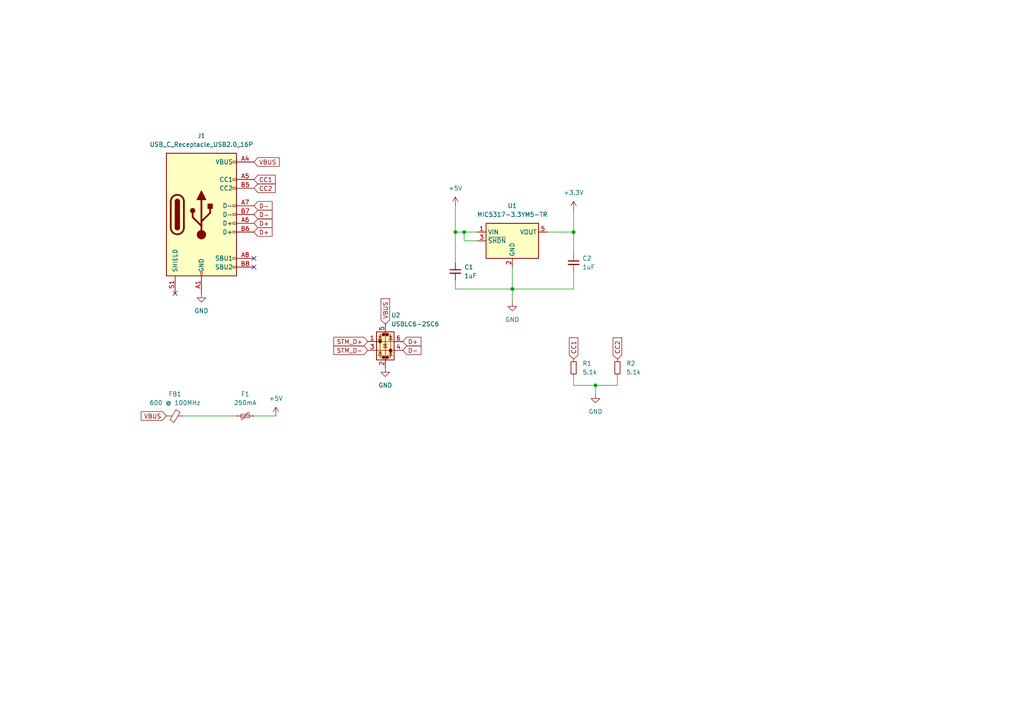
<source format=kicad_sch>
(kicad_sch (version 20250114) (generator "eeschema") (generator_version "9.0")
  (paper "A4")
  (lib_symbols
    (symbol "Connector:USB_C_Receptacle_USB2.0_16P" (pin_names (offset 1.016))
      (property "Reference" "J" (at 0 22.225 0))
      (property "Value" "USB_C_Receptacle_USB2.0_16P" (at 0 19.685 0))
      (symbol "USB_C_Receptacle_USB2.0_16P_0_0"
        (rectangle (start -0.254 -17.78) (end 0.254 -16.764))
        (rectangle (start 10.16 15.494) (end 9.144 14.986))
        (rectangle (start 10.16 10.414) (end 9.144 9.906))
        (rectangle (start 10.16 7.874) (end 9.144 7.366))
        (rectangle (start 10.16 2.794) (end 9.144 2.286))
        (rectangle (start 10.16 0.254) (end 9.144 -0.254))
        (rectangle (start 10.16 -2.286) (end 9.144 -2.794))
        (rectangle (start 10.16 -4.826) (end 9.144 -5.334))
        (rectangle (start 10.16 -12.446) (end 9.144 -12.954))
        (rectangle (start 10.16 -14.986) (end 9.144 -15.494))
      )
      (symbol "USB_C_Receptacle_USB2.0_16P_0_1"
        (rectangle (start -10.16 17.78) (end 10.16 -17.78) (stroke (width 0.254)) (fill (type background)))
        (polyline (pts (xy -8.89 -3.81) (xy -8.89 3.81)) (stroke (width 0.508)))
        (rectangle (start -7.62 -3.81) (end -6.35 3.81) (stroke (width 0.254)) (fill (type outline)))
        (arc (start -7.62 3.81) (mid -6.985 4.4423) (end -6.35 3.81) (stroke (width 0.254)))
        (arc (start -7.62 3.81) (mid -6.985 4.4423) (end -6.35 3.81) (stroke (width 0.254)) (fill (type outline)))
        (arc (start -8.89 3.81) (mid -6.985 5.7067) (end -5.08 3.81) (stroke (width 0.508)))
        (arc (start -5.08 -3.81) (mid -6.985 -5.7067) (end -8.89 -3.81) (stroke (width 0.508)))
        (arc (start -6.35 -3.81) (mid -6.985 -4.4423) (end -7.62 -3.81) (stroke (width 0.254)))
        (arc (start -6.35 -3.81) (mid -6.985 -4.4423) (end -7.62 -3.81) (stroke (width 0.254)) (fill (type outline)))
        (polyline (pts (xy -5.08 3.81) (xy -5.08 -3.81)) (stroke (width 0.508)))
        (circle (center -2.54 1.143) (radius 0.635) (stroke (width 0.254)) (fill (type outline)))
        (polyline (pts (xy -1.27 4.318) (xy 0 6.858) (xy 1.27 4.318) (xy -1.27 4.318)) (stroke (width 0.254)) (fill (type outline)))
        (polyline (pts (xy 0 -2.032) (xy 2.54 0.508) (xy 2.54 1.778)) (stroke (width 0.508)))
        (polyline (pts (xy 0 -3.302) (xy -2.54 -0.762) (xy -2.54 0.508)) (stroke (width 0.508)))
        (polyline (pts (xy 0 -5.842) (xy 0 4.318)) (stroke (width 0.508)))
        (circle (center 0 -5.842) (radius 1.27) (fill (type outline)))
        (rectangle (start 1.905 1.778) (end 3.175 3.048) (stroke (width 0.254)) (fill (type outline)))
      )
      (symbol "USB_C_Receptacle_USB2.0_16P_1_1"
        (pin passive line (at -7.62 -22.86 90) (length 5.08) (name "SHIELD") (number "S1"))
        (pin passive line (at 0 -22.86 90) (length 5.08) (name "GND") (number "A1"))
        (pin passive line (at 0 -22.86 90) (length 5.08) (hide yes) (name "GND") (number "A12"))
        (pin passive line (at 0 -22.86 90) (length 5.08) (hide yes) (name "GND") (number "B1"))
        (pin passive line (at 0 -22.86 90) (length 5.08) (hide yes) (name "GND") (number "B12"))
        (pin passive line (at 15.24 15.24 180) (length 5.08) (name "VBUS") (number "A4"))
        (pin passive line (at 15.24 15.24 180) (length 5.08) (hide yes) (name "VBUS") (number "A9"))
        (pin passive line (at 15.24 15.24 180) (length 5.08) (hide yes) (name "VBUS") (number "B4"))
        (pin passive line (at 15.24 15.24 180) (length 5.08) (hide yes) (name "VBUS") (number "B9"))
        (pin bidirectional line (at 15.24 10.16 180) (length 5.08) (name "CC1") (number "A5"))
        (pin bidirectional line (at 15.24 7.62 180) (length 5.08) (name "CC2") (number "B5"))
        (pin bidirectional line (at 15.24 2.54 180) (length 5.08) (name "D-") (number "A7"))
        (pin bidirectional line (at 15.24 0 180) (length 5.08) (name "D-") (number "B7"))
        (pin bidirectional line (at 15.24 -2.54 180) (length 5.08) (name "D+") (number "A6"))
        (pin bidirectional line (at 15.24 -5.08 180) (length 5.08) (name "D+") (number "B6"))
        (pin bidirectional line (at 15.24 -12.7 180) (length 5.08) (name "SBU1") (number "A8"))
        (pin bidirectional line (at 15.24 -15.24 180) (length 5.08) (name "SBU2") (number "B8"))
      )
    )
    (symbol "Device:C_Small" (pin_numbers (hide yes)) (pin_names (offset 0.254) (hide yes))
      (property "Reference" "C" (at 0.254 1.778 0))
      (property "Value" "C_Small" (at 0.254 -2.032 0))
      (symbol "C_Small_0_1"
        (polyline (pts (xy -1.524 0.508) (xy 1.524 0.508)) (stroke (width 0.3048)))
        (polyline (pts (xy -1.524 -0.508) (xy 1.524 -0.508)) (stroke (width 0.3302)))
      )
      (symbol "C_Small_1_1"
        (pin passive line (at 0 2.54 270) (length 2.032) (name "~") (number "1"))
        (pin passive line (at 0 -2.54 90) (length 2.032) (name "~") (number "2"))
      )
    )
    (symbol "Device:FerriteBead_Small" (pin_numbers (hide yes)) (pin_names (offset 0))
      (property "Reference" "FB" (at 1.905 1.27 0))
      (property "Value" "FerriteBead_Small" (at 1.905 -1.27 0))
      (symbol "FerriteBead_Small_0_1"
        (polyline (pts (xy -1.8288 0.2794) (xy -1.1176 1.4986) (xy 1.8288 -0.2032) (xy 1.1176 -1.4224) (xy -1.8288 0.2794)))
        (polyline (pts (xy 0 0.889) (xy 0 1.2954)))
        (polyline (pts (xy 0 -1.27) (xy 0 -0.7874)))
      )
      (symbol "FerriteBead_Small_1_1"
        (pin passive line (at 0 2.54 270) (length 1.27) (name "~") (number "1"))
        (pin passive line (at 0 -2.54 90) (length 1.27) (name "~") (number "2"))
      )
    )
    (symbol "Device:Polyfuse_Small" (pin_numbers (hide yes)) (pin_names (offset 0))
      (property "Reference" "F" (at -1.905 0 90))
      (property "Value" "Polyfuse_Small" (at 1.905 0 90))
      (symbol "Polyfuse_Small_0_1"
        (polyline (pts (xy -1.016 1.27) (xy -1.016 0.762) (xy 1.016 -0.762) (xy 1.016 -1.27)))
        (rectangle (start -0.508 1.27) (end 0.508 -1.27))
        (polyline (pts (xy 0 2.54) (xy 0 -2.54)))
      )
      (symbol "Polyfuse_Small_1_1"
        (pin passive line (at 0 2.54 270) (length 0.635) (name "~") (number "1"))
        (pin passive line (at 0 -2.54 90) (length 0.635) (name "~") (number "2"))
      )
    )
    (symbol "Device:R_Small" (pin_numbers (hide yes)) (pin_names (offset 0.254) (hide yes))
      (property "Reference" "R" (at 0.762 0.508 0))
      (property "Value" "R_Small" (at 0.762 -1.016 0))
      (symbol "R_Small_0_1"
        (rectangle (start -0.762 1.778) (end 0.762 -1.778) (stroke (width 0.2032)))
      )
      (symbol "R_Small_1_1"
        (pin passive line (at 0 2.54 270) (length 0.762) (name "~") (number "1"))
        (pin passive line (at 0 -2.54 90) (length 0.762) (name "~") (number "2"))
      )
    )
    (symbol "Power_Protection:USBLC6-2SC6" (pin_names (hide yes))
      (property "Reference" "U" (at 0.635 5.715 0))
      (property "Value" "USBLC6-2SC6" (at 0.635 3.81 0))
      (symbol "USBLC6-2SC6_0_0"
        (circle (center -1.524 0) (radius 0.0001) (stroke (width 0.508)))
        (circle (center -0.508 2.032) (radius 0.0001) (stroke (width 0.508)))
        (circle (center -0.508 -4.572) (radius 0.0001) (stroke (width 0.508)))
        (circle (center 0.508 2.032) (radius 0.0001) (stroke (width 0.508)))
        (circle (center 0.508 -4.572) (radius 0.0001) (stroke (width 0.508)))
        (circle (center 1.524 -2.54) (radius 0.0001) (stroke (width 0.508)))
      )
      (symbol "USBLC6-2SC6_0_1"
        (polyline (pts (xy -2.54 0) (xy 2.54 0)))
        (polyline (pts (xy -2.54 -2.54) (xy 2.54 -2.54)))
        (polyline (pts (xy -2.032 0.508) (xy -1.016 0.508) (xy -1.524 1.524) (xy -2.032 0.508)))
        (polyline (pts (xy -2.032 -3.048) (xy -1.016 -3.048)))
        (polyline (pts (xy -1.016 1.524) (xy -2.032 1.524)))
        (polyline (pts (xy -1.016 -4.064) (xy -2.032 -4.064) (xy -1.524 -3.048) (xy -1.016 -4.064)))
        (polyline (pts (xy -0.508 -1.143) (xy -0.508 -0.762) (xy 0.508 -0.762)))
        (polyline (pts (xy 0 2.54) (xy -0.508 2.032) (xy 0.508 2.032) (xy 0 1.524) (xy 0 -4.064) (xy -0.508 -4.572) (xy 0.508 -4.572) (xy 0 -5.08)))
        (polyline (pts (xy 0.508 -1.778) (xy -0.508 -1.778) (xy 0 -0.762) (xy 0.508 -1.778)))
        (polyline (pts (xy 1.016 1.524) (xy 2.032 1.524)))
        (polyline (pts (xy 1.016 -3.048) (xy 2.032 -3.048)))
        (polyline (pts (xy 2.032 0.508) (xy 1.016 0.508) (xy 1.524 1.524) (xy 2.032 0.508)))
        (polyline (pts (xy 2.032 -4.064) (xy 1.016 -4.064) (xy 1.524 -3.048) (xy 2.032 -4.064)))
      )
      (symbol "USBLC6-2SC6_1_1"
        (rectangle (start -2.54 2.794) (end 2.54 -5.334) (stroke (width 0.254)) (fill (type background)))
        (polyline (pts (xy -0.508 2.032) (xy -1.524 2.032) (xy -1.524 -4.572) (xy -0.508 -4.572)))
        (polyline (pts (xy 0.508 -4.572) (xy 1.524 -4.572) (xy 1.524 2.032) (xy 0.508 2.032)))
        (pin passive line (at -5.08 0 0) (length 2.54) (name "I/O1") (number "1"))
        (pin passive line (at -5.08 -2.54 0) (length 2.54) (name "I/O2") (number "3"))
        (pin passive line (at 0 5.08 270) (length 2.54) (name "VBUS") (number "5"))
        (pin passive line (at 0 -7.62 90) (length 2.54) (name "GND") (number "2"))
        (pin passive line (at 5.08 0 180) (length 2.54) (name "I/O1") (number "6"))
        (pin passive line (at 5.08 -2.54 180) (length 2.54) (name "I/O2") (number "4"))
      )
    )
    (symbol "Regulator_Linear:MCP1802x-xx02xOT"
      (property "Reference" "U" (at -6.35 6.35 0))
      (property "Value" "MCP1802x-xx02xOT" (at 0 6.35 0))
      (symbol "MCP1802x-xx02xOT_0_1"
        (rectangle (start -7.62 5.08) (end 7.62 -5.08) (stroke (width 0.254)) (fill (type background)))
      )
      (symbol "MCP1802x-xx02xOT_1_1"
        (pin power_in line (at -10.16 2.54 0) (length 2.54) (name "VIN") (number "1"))
        (pin input line (at -10.16 0 0) (length 2.54) (name "~{SHDN}") (number "3"))
        (pin power_in line (at 0 -7.62 90) (length 2.54) (name "GND") (number "2"))
        (pin no_connect line (at 7.62 0 180) (length 2.54) (hide yes) (name "NC") (number "4"))
        (pin power_out line (at 10.16 2.54 180) (length 2.54) (name "VOUT") (number "5"))
      )
    )
    (symbol "power:+3.3V" (power) (pin_numbers (hide yes)) (pin_names (offset 0) (hide yes))
      (property "Value" "+3.3V" (at 0 3.556 0))
      (symbol "+3.3V_0_1"
        (polyline (pts (xy -0.762 1.27) (xy 0 2.54)))
        (polyline (pts (xy 0 2.54) (xy 0.762 1.27)))
        (polyline (pts (xy 0 0) (xy 0 2.54)))
      )
      (symbol "+3.3V_1_1"
        (pin power_in line (at 0 0 90) (length 0) (name "~") (number "1"))
      )
    )
    (symbol "power:+5V" (power) (pin_numbers (hide yes)) (pin_names (offset 0) (hide yes))
      (property "Value" "+5V" (at 0 3.556 0))
      (symbol "+5V_0_1"
        (polyline (pts (xy -0.762 1.27) (xy 0 2.54)))
        (polyline (pts (xy 0 2.54) (xy 0.762 1.27)))
        (polyline (pts (xy 0 0) (xy 0 2.54)))
      )
      (symbol "+5V_1_1"
        (pin power_in line (at 0 0 90) (length 0) (name "~") (number "1"))
      )
    )
    (symbol "power:GND" (power) (pin_numbers (hide yes)) (pin_names (offset 0) (hide yes))
      (property "Value" "GND" (at 0 -3.81 0))
      (symbol "GND_0_1"
        (polyline (pts (xy 0 0) (xy 0 -1.27) (xy 1.27 -1.27) (xy 0 -2.54) (xy -1.27 -1.27) (xy 0 -1.27)))
      )
      (symbol "GND_1_1"
        (pin power_in line (at 0 0 270) (length 0) (name "~") (number "1"))
      )
    )
  )
  (junction (at 134.62 67.31))
  (junction (at 172.72 111.76))
  (junction (at 148.59 83.82))
  (junction (at 132.08 67.31))
  (junction (at 166.37 67.31))
  (no_connect (at 73.66 77.47))
  (no_connect (at 73.66 74.93))
  (no_connect (at 50.8 85.09))
  (wire (pts (xy 148.59 83.82) (xy 166.37 83.82)))
  (wire (pts (xy 132.08 83.82) (xy 148.59 83.82)))
  (wire (pts (xy 53.34 120.65) (xy 68.58 120.65)))
  (wire (pts (xy 134.62 67.31) (xy 132.08 67.31)))
  (wire (pts (xy 158.75 67.31) (xy 166.37 67.31)))
  (wire (pts (xy 166.37 60.96) (xy 166.37 67.31)))
  (wire (pts (xy 166.37 83.82) (xy 166.37 78.74)))
  (wire (pts (xy 148.59 83.82) (xy 148.59 87.63)))
  (wire (pts (xy 73.66 120.65) (xy 80.01 120.65)))
  (wire (pts (xy 166.37 67.31) (xy 166.37 73.66)))
  (wire (pts (xy 134.62 69.85) (xy 134.62 67.31)))
  (wire (pts (xy 172.72 111.76) (xy 172.72 114.3)))
  (wire (pts (xy 148.59 77.47) (xy 148.59 83.82)))
  (wire (pts (xy 166.37 109.22) (xy 166.37 111.76)))
  (wire (pts (xy 132.08 83.82) (xy 132.08 81.28)))
  (wire (pts (xy 179.07 111.76) (xy 172.72 111.76)))
  (wire (pts (xy 132.08 59.69) (xy 132.08 67.31)))
  (wire (pts (xy 166.37 111.76) (xy 172.72 111.76)))
  (wire (pts (xy 132.08 67.31) (xy 132.08 76.2)))
  (wire (pts (xy 138.43 67.31) (xy 134.62 67.31)))
  (wire (pts (xy 138.43 69.85) (xy 134.62 69.85)))
  (wire (pts (xy 179.07 109.22) (xy 179.07 111.76)))
  (global_label "VBUS" (shape input) (at 48.26 120.65 180) (property "Intersheetrefs" "${INTERSHEET_REFS}" (effects (hide yes))))
  (global_label "D-" (shape input) (at 73.66 62.23 0) (property "Intersheetrefs" "${INTERSHEET_REFS}" (effects (hide yes))))
  (global_label "D+" (shape input) (at 73.66 67.31 0) (property "Intersheetrefs" "${INTERSHEET_REFS}" (effects (hide yes))))
  (global_label "VBUS" (shape input) (at 73.66 46.99 0) (property "Intersheetrefs" "${INTERSHEET_REFS}" (effects (hide yes))))
  (global_label "CC2" (shape input) (at 179.07 104.14 90) (property "Intersheetrefs" "${INTERSHEET_REFS}" (effects (hide yes))))
  (global_label "STM_D-" (shape input) (at 106.68 101.6 180) (property "Intersheetrefs" "${INTERSHEET_REFS}" (effects (hide yes))))
  (global_label "D+" (shape input) (at 116.84 99.06 0) (property "Intersheetrefs" "${INTERSHEET_REFS}" (effects (hide yes))))
  (global_label "D-" (shape input) (at 73.66 59.69 0) (property "Intersheetrefs" "${INTERSHEET_REFS}" (effects (hide yes))))
  (global_label "D+" (shape input) (at 73.66 64.77 0) (property "Intersheetrefs" "${INTERSHEET_REFS}" (effects (hide yes))))
  (global_label "STM_D+" (shape input) (at 106.68 99.06 180) (property "Intersheetrefs" "${INTERSHEET_REFS}" (effects (hide yes))))
  (global_label "D-" (shape input) (at 116.84 101.6 0) (property "Intersheetrefs" "${INTERSHEET_REFS}" (effects (hide yes))))
  (global_label "CC1" (shape input) (at 73.66 52.07 0) (property "Intersheetrefs" "${INTERSHEET_REFS}" (effects (hide yes))))
  (global_label "CC2" (shape input) (at 73.66 54.61 0) (property "Intersheetrefs" "${INTERSHEET_REFS}" (effects (hide yes))))
  (global_label "CC1" (shape input) (at 166.37 104.14 90) (property "Intersheetrefs" "${INTERSHEET_REFS}" (effects (hide yes))))
  (global_label "VBUS" (shape input) (at 111.76 93.98 90) (property "Intersheetrefs" "${INTERSHEET_REFS}" (effects (hide yes))))
  (symbol (lib_id "power:GND") (at 111.76 106.68 0) (unit 1)
    (property "Reference" "#PWR06" (effects (hide yes)))
    (property "Value" "GND" (at 111.76 111.76 0))
    (property "Description" "Power symbol creates a global label with name \"GND\" , ground" (effects (hide yes)))
  )
  (symbol (lib_id "Device:FerriteBead_Small") (at 50.8 120.65 90) (unit 1)
    (property "Reference" "FB1" (at 50.7619 114.3 90))
    (property "Value" "600 @ 100MHz" (at 50.7619 116.84 90))
    (property "Description" "Ferrite bead, small symbol" (effects (hide yes)))
  )
  (symbol (lib_id "power:GND") (at 148.59 87.63 0) (unit 1)
    (property "Reference" "#PWR03" (effects (hide yes)))
    (property "Value" "GND" (at 148.59 92.71 0))
    (property "Description" "Power symbol creates a global label with name \"GND\" , ground" (effects (hide yes)))
  )
  (symbol (lib_id "power:+5V") (at 132.08 59.69 0) (unit 1)
    (property "Reference" "#PWR01" (effects (hide yes)))
    (property "Value" "+5V" (at 132.08 54.61 0))
    (property "Description" "Power symbol creates a global label with name \"+5V\"" (effects (hide yes)))
  )
  (symbol (lib_id "Device:C_Small") (at 132.08 78.74 0) (unit 1)
    (property "Reference" "C1" (at 134.62 77.4762 0) (effects (justify left)))
    (property "Value" "1uF" (at 134.62 80.0162 0) (effects (justify left)))
    (property "Description" "Unpolarized capacitor, small symbol" (effects (hide yes)))
  )
  (symbol (lib_id "power:+3.3V") (at 166.37 60.96 0) (unit 1)
    (property "Reference" "#PWR02" (effects (hide yes)))
    (property "Value" "+3.3V" (at 166.37 55.88 0))
    (property "Description" "Power symbol creates a global label with name \"+3.3V\"" (effects (hide yes)))
  )
  (symbol (lib_id "Device:C_Small") (at 166.37 76.2 0) (unit 1)
    (property "Reference" "C2" (at 168.91 74.9362 0) (effects (justify left)))
    (property "Value" "1uF" (at 168.91 77.4762 0) (effects (justify left)))
    (property "Description" "Unpolarized capacitor, small symbol" (effects (hide yes)))
  )
  (symbol (lib_id "Device:Polyfuse_Small") (at 71.12 120.65 90) (unit 1)
    (property "Reference" "F1" (at 71.12 114.3 90))
    (property "Value" "250mA" (at 71.12 116.84 90))
    (property "Description" "Resettable fuse, polymeric positive temperature coefficient, small symbol" (effects (hide yes)))
  )
  (symbol (lib_id "power:GND") (at 58.42 85.09 0) (unit 1)
    (property "Reference" "#PWR05" (effects (hide yes)))
    (property "Value" "GND" (at 58.42 90.17 0))
    (property "Description" "Power symbol creates a global label with name \"GND\" , ground" (effects (hide yes)))
  )
  (symbol (lib_id "Regulator_Linear:MCP1802x-xx02xOT") (at 148.59 69.85 0) (unit 1)
    (property "Reference" "U1" (at 148.59 59.69 0))
    (property "Value" "MIC5317-3.3YM5-TR" (at 148.59 62.23 0))
    (property "Footprint" "Package_TO_SOT_SMD:SOT-23-5" (effects (hide yes)))
    (property "Datasheet" "http://ww1.microchip.com/downloads/en/DeviceDoc/22053C.pdf" (effects (hide yes)))
    (property "Description" "150mA, Tiny CMOS LDO With Shutdown, Fixed Voltage, SOT-23-5" (effects (hide yes)))
  )
  (symbol (lib_id "power:+5V") (at 80.01 120.65 0) (unit 1)
    (property "Reference" "#PWR04" (effects (hide yes)))
    (property "Value" "+5V" (at 80.01 115.57 0))
    (property "Description" "Power symbol creates a global label with name \"+5V\"" (effects (hide yes)))
  )
  (symbol (lib_id "Connector:USB_C_Receptacle_USB2.0_16P") (at 58.42 62.23 0) (unit 1)
    (property "Reference" "J1" (at 58.42 39.37 0))
    (property "Value" "USB_C_Receptacle_USB2.0_16P" (at 58.42 41.91 0))
    (property "Footprint" "Connector_USB:USB_C_Receptacle_HRO_TYPE-C-31-M-12" (effects (hide yes)))
    (property "Datasheet" "https://www.usb.org/sites/default/files/documents/usb_type-c.zip" (effects (hide yes)))
    (property "Description" "USB 2.0-only 16P Type-C Receptacle connector" (effects (hide yes)))
  )
  (symbol (lib_id "power:GND") (at 172.72 114.3 0) (unit 1)
    (property "Reference" "#PWR07" (effects (hide yes)))
    (property "Value" "GND" (at 172.72 119.38 0))
    (property "Description" "Power symbol creates a global label with name \"GND\" , ground" (effects (hide yes)))
  )
  (symbol (lib_id "Device:R_Small") (at 179.07 106.68 0) (unit 1)
    (property "Reference" "R2" (at 181.61 105.4099 0) (effects (justify left)))
    (property "Value" "5.1k" (at 181.61 107.9499 0) (effects (justify left)))
    (property "Description" "Resistor, small symbol" (effects (hide yes)))
  )
  (symbol (lib_id "Power_Protection:USBLC6-2SC6") (at 111.76 99.06 0) (unit 1)
    (property "Reference" "U2" (at 113.4111 91.44 0) (effects (justify left)))
    (property "Value" "USBLC6-2SC6" (at 113.4111 93.98 0) (effects (justify left)))
    (property "Footprint" "Package_TO_SOT_SMD:SOT-23-6" (effects (hide yes)))
    (property "Datasheet" "https://www.st.com/resource/en/datasheet/usblc6-2.pdf" (effects (hide yes)))
    (property "Description" "Very low capacitance ESD protection diode, 2 data-line, SOT-23-6" (effects (hide yes)))
  )
  (symbol (lib_id "Device:R_Small") (at 166.37 106.68 0) (unit 1)
    (property "Reference" "R1" (at 168.91 105.4099 0) (effects (justify left)))
    (property "Value" "5.1k" (at 168.91 107.9499 0) (effects (justify left)))
    (property "Description" "Resistor, small symbol" (effects (hide yes)))
  )
)
</source>
